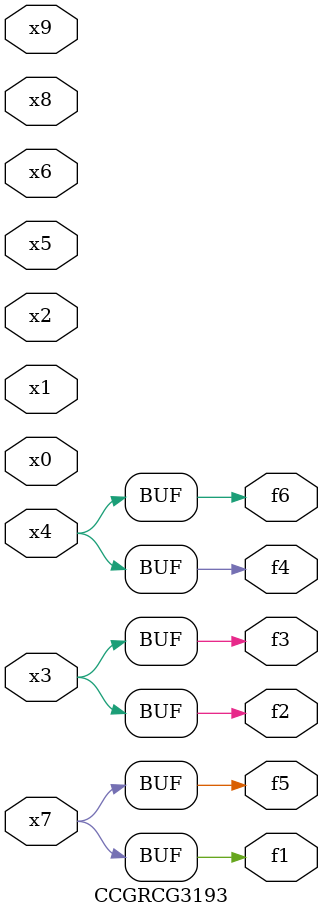
<source format=v>
module CCGRCG3193(
	input x0, x1, x2, x3, x4, x5, x6, x7, x8, x9,
	output f1, f2, f3, f4, f5, f6
);
	assign f1 = x7;
	assign f2 = x3;
	assign f3 = x3;
	assign f4 = x4;
	assign f5 = x7;
	assign f6 = x4;
endmodule

</source>
